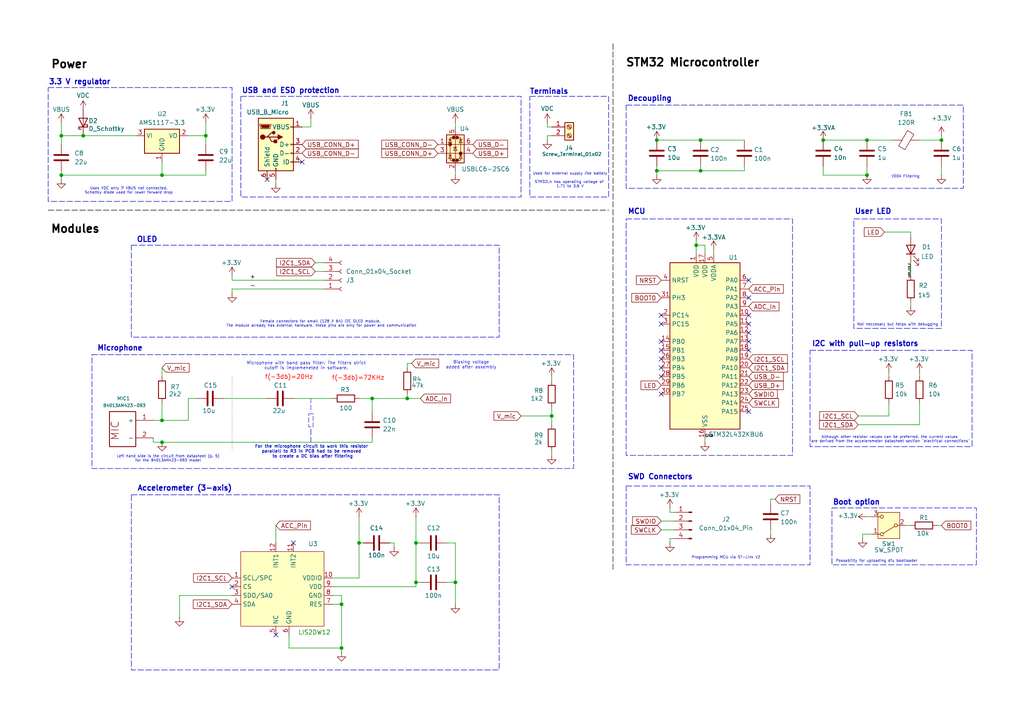
<source format=kicad_sch>
(kicad_sch (version 20250114) (generator "eeschema") (generator_version "9.0")
  (paper "A4")
  (title_block (title "Micro-VX STM32 PCB") (date "2025-10-11") (rev "0.1") (company "Karzan M."))
  (lib_symbols
    (symbol "Connector:Conn_01x04_Pin" (pin_names (offset 1.016) (hide yes))
      (property "Reference" "J" (at 0 5.08 0))
      (property "Value" "Conn_01x04_Pin" (at 0 -7.62 0))
      (symbol "Conn_01x04_Pin_1_1"
        (pin passive line (at 5.08 2.54 180) (length 3.81) (name "Pin_1") (number "1"))
        (pin passive line (at 5.08 0 180) (length 3.81) (name "Pin_2") (number "2"))
        (pin passive line (at 5.08 -2.54 180) (length 3.81) (name "Pin_3") (number "3"))
        (pin passive line (at 5.08 -5.08 180) (length 3.81) (name "Pin_4") (number "4"))
      )
    )
    (symbol "Connector:Conn_01x04_Socket" (pin_names (offset 1.016) (hide yes))
      (property "Reference" "J" (at 0 5.08 0))
      (property "Value" "Conn_01x04_Socket" (at 0 -7.62 0))
      (symbol "Conn_01x04_Socket_1_1"
        (pin passive line (at -5.08 2.54 0) (length 3.81) (name "Pin_1") (number "1"))
        (pin passive line (at -5.08 0 0) (length 3.81) (name "Pin_2") (number "2"))
        (pin passive line (at -5.08 -2.54 0) (length 3.81) (name "Pin_3") (number "3"))
        (pin passive line (at -5.08 -5.08 0) (length 3.81) (name "Pin_4") (number "4"))
      )
    )
    (symbol "Connector:Screw_Terminal_01x02" (pin_names (offset 1.016) (hide yes))
      (property "Reference" "J" (at 0 2.54 0))
      (property "Value" "Screw_Terminal_01x02" (at 0 -5.08 0))
      (symbol "Screw_Terminal_01x02_1_1"
        (pin passive line (at -5.08 0 0) (length 3.81) (name "Pin_1") (number "1"))
        (pin passive line (at -5.08 -2.54 0) (length 3.81) (name "Pin_2") (number "2"))
      )
    )
    (symbol "Connector:USB_B_Micro" (pin_names (offset 1.016))
      (property "Reference" "J1" (at -6.35 1.2701 0))
      (property "Value" "USB_B_Micro" (at -6.35 -1.2699 0))
      (symbol "USB_B_Micro_1_1"
        (pin passive line (at -2.54 -10.16 90) (length 2.54) (name "Shield") (number "6"))
        (pin power_in line (at 0 -10.16 90) (length 2.54) (name "GND") (number "5"))
        (pin power_out line (at 7.62 5.08 180) (length 2.54) (name "VBUS") (number "1"))
        (pin bidirectional line (at 7.62 0 180) (length 2.54) (name "D+") (number "3"))
        (pin bidirectional line (at 7.62 -2.54 180) (length 2.54) (name "D-") (number "2"))
        (pin passive line (at 7.62 -5.08 180) (length 2.54) (name "ID") (number "4"))
      )
    )
    (symbol "Device:C" (pin_numbers (hide yes)) (pin_names (offset 0.254))
      (property "Reference" "C" (at 0.635 2.54 0))
      (property "Value" "C" (at 0.635 -2.54 0))
      (symbol "C_1_1"
        (pin passive line (at 0 3.81 270) (length 2.794) (name "~") (number "1"))
        (pin passive line (at 0 -3.81 90) (length 2.794) (name "~") (number "2"))
      )
    )
    (symbol "Device:D_Schottky" (pin_numbers (hide yes)) (pin_names (offset 1.016) (hide yes))
      (property "Reference" "D" (at 0 2.54 0))
      (property "Value" "D_Schottky" (at 0 -2.54 0))
      (symbol "D_Schottky_1_1"
        (pin passive line (at -3.81 0 0) (length 2.54) (name "K") (number "1"))
        (pin passive line (at 3.81 0 180) (length 2.54) (name "A") (number "2"))
      )
    )
    (symbol "Device:FerriteBead" (pin_numbers (hide yes)) (pin_names (offset 0))
      (property "Reference" "FB" (at -3.81 0.635 90))
      (property "Value" "FerriteBead" (at 3.81 0 90))
      (symbol "FerriteBead_1_1"
        (pin passive line (at 0 3.81 270) (length 2.54) (name "~") (number "1"))
        (pin passive line (at 0 -3.81 90) (length 2.54) (name "~") (number "2"))
      )
    )
    (symbol "Device:LED" (pin_numbers (hide yes)) (pin_names (offset 1.016) (hide yes))
      (property "Reference" "D" (at 0 2.54 0))
      (property "Value" "LED" (at 0 -2.54 0))
      (symbol "LED_1_1"
        (pin passive line (at -3.81 0 0) (length 2.54) (name "K") (number "1"))
        (pin passive line (at 3.81 0 180) (length 2.54) (name "A") (number "2"))
      )
    )
    (symbol "Device:R" (pin_numbers (hide yes)) (pin_names (offset 0))
      (property "Reference" "R" (at 2.032 0 90))
      (property "Value" "R" (at 0 0 90))
      (symbol "R_1_1"
        (pin passive line (at 0 3.81 270) (length 1.27) (name "~") (number "1"))
        (pin passive line (at 0 -3.81 90) (length 1.27) (name "~") (number "2"))
      )
    )
    (symbol "LIS2DW12:LIS2DW12_LGA-12"
      (property "Reference" "U" (at 9.144 11.684 0))
      (symbol "LIS2DW12_LGA-12_1_1"
        (text "LIS2DW12" (at 8.636 -13.208 0) (effects (font (size 1.27 1.27))))
        (pin input line (at -15.24 2.54 0) (length 2.54) (name "SCL/SPC") (number "1"))
        (pin input line (at -15.24 0 0) (length 2.54) (name "CS") (number "2"))
        (pin input line (at -15.24 -2.54 0) (length 2.54) (name "SDO/SA0") (number "3"))
        (pin input line (at -15.24 -5.08 0) (length 2.54) (name "SDA") (number "4"))
        (pin output line (at -2.54 12.7 270) (length 2.54) (name "INT1") (number "12"))
        (pin input line (at -2.54 -13.97 90) (length 2.54) (name "NC") (number "5"))
        (pin input line (at 1.27 -13.97 90) (length 2.54) (name "GND") (number "6"))
        (pin output line (at 2.54 12.7 270) (length 2.54) (name "INT2") (number "11"))
        (pin input line (at 13.97 2.54 180) (length 2.54) (name "VDDIO") (number "10"))
        (pin input line (at 13.97 0 180) (length 2.54) (name "VDD") (number "9"))
        (pin input line (at 13.97 -2.54 180) (length 2.54) (name "GND") (number "8"))
        (pin input line (at 13.97 -5.08 180) (length 2.54) (name "RES") (number "7"))
      )
    )
    (symbol "MCU_ST_STM32L4:STM32L432KBUx"
      (property "Reference" "U" (at -10.16 26.67 0))
      (property "Value" "STM32L432KBUx" (at 5.08 26.67 0))
      (symbol "STM32L432KBUx_1_1"
        (pin input line (at -12.7 20.32 0) (length 2.54) (name "NRST") (number "4"))
        (pin bidirectional line (at -12.7 15.24 0) (length 2.54) (name "PH3") (number "31"))
        (pin bidirectional line (at -12.7 10.16 0) (length 2.54) (name "PC14") (number "2"))
        (pin bidirectional line (at -12.7 7.62 0) (length 2.54) (name "PC15") (number "3"))
        (pin bidirectional line (at -12.7 2.54 0) (length 2.54) (name "PB0") (number "14"))
        (pin bidirectional line (at -12.7 0 0) (length 2.54) (name "PB1") (number "15"))
        (pin bidirectional line (at -12.7 -2.54 0) (length 2.54) (name "PB3") (number "26"))
        (pin bidirectional line (at -12.7 -5.08 0) (length 2.54) (name "PB4") (number "27"))
        (pin bidirectional line (at -12.7 -7.62 0) (length 2.54) (name "PB5") (number "28"))
        (pin bidirectional line (at -12.7 -10.16 0) (length 2.54) (name "PB6") (number "29"))
        (pin bidirectional line (at -12.7 -12.7 0) (length 2.54) (name "PB7") (number "30"))
        (pin power_in line (at -2.54 27.94 270) (length 2.54) (name "VDD") (number "1"))
        (pin power_in line (at 0 27.94 270) (length 2.54) (name "VDD") (number "17"))
        (pin power_in line (at 0 -25.4 90) (length 2.54) (name "VSS") (number "16"))
        (pin passive line (at 0 -25.4 90) (length 2.54) (hide yes) (name "VSS") (number "32"))
        (pin passive line (at 0 -25.4 90) (length 2.54) (hide yes) (name "VSS") (number "33"))
        (pin power_in line (at 2.54 27.94 270) (length 2.54) (name "VDDA") (number "5"))
        (pin bidirectional line (at 12.7 20.32 180) (length 2.54) (name "PA0") (number "6"))
        (pin bidirectional line (at 12.7 17.78 180) (length 2.54) (name "PA1") (number "7"))
        (pin bidirectional line (at 12.7 15.24 180) (length 2.54) (name "PA2") (number "8"))
        (pin bidirectional line (at 12.7 12.7 180) (length 2.54) (name "PA3") (number "9"))
        (pin bidirectional line (at 12.7 10.16 180) (length 2.54) (name "PA4") (number "10"))
        (pin bidirectional line (at 12.7 7.62 180) (length 2.54) (name "PA5") (number "11"))
        (pin bidirectional line (at 12.7 5.08 180) (length 2.54) (name "PA6") (number "12"))
        (pin bidirectional line (at 12.7 2.54 180) (length 2.54) (name "PA7") (number "13"))
        (pin bidirectional line (at 12.7 0 180) (length 2.54) (name "PA8") (number "18"))
        (pin bidirectional line (at 12.7 -2.54 180) (length 2.54) (name "PA9") (number "19"))
        (pin bidirectional line (at 12.7 -5.08 180) (length 2.54) (name "PA10") (number "20"))
        (pin bidirectional line (at 12.7 -7.62 180) (length 2.54) (name "PA11") (number "21"))
        (pin bidirectional line (at 12.7 -10.16 180) (length 2.54) (name "PA12") (number "22"))
        (pin bidirectional line (at 12.7 -12.7 180) (length 2.54) (name "PA13") (number "23"))
        (pin bidirectional line (at 12.7 -15.24 180) (length 2.54) (name "PA14") (number "24"))
        (pin bidirectional line (at 12.7 -17.78 180) (length 2.54) (name "PA15") (number "25"))
      )
    )
    (symbol "MIC_B4013AM423-093:B4013AM423-093"
      (property "Reference" "MIC?" (at 0 7.62 0))
      (property "Value" "B4013AM423-093" (at 0 6.096 0))
      (symbol "B4013AM423-093_0_0"
        (text "MIC" (at -2.54 4.7117 0) (effects (font (size 2.1717 2.1717)) (justify left top)))
        (pin unspecified line (at -2.54 -7.62 90) (length 5.08) (name "+") (number "1"))
        (pin unspecified line (at 2.54 -7.62 90) (length 5.08) (name "-") (number "2"))
      )
    )
    (symbol "Power_Protection:USBLC6-2SC6" (pin_names (hide yes))
      (property "Reference" "U" (at 0.635 5.715 0))
      (property "Value" "USBLC6-2SC6" (at 0.635 3.81 0))
      (symbol "USBLC6-2SC6_1_1"
        (pin passive line (at -5.08 0 0) (length 2.54) (name "I/O1") (number "1"))
        (pin passive line (at -5.08 -2.54 0) (length 2.54) (name "I/O2") (number "3"))
        (pin passive line (at 0 5.08 270) (length 2.54) (name "VBUS") (number "5"))
        (pin passive line (at 0 -7.62 90) (length 2.54) (name "GND") (number "2"))
        (pin passive line (at 5.08 0 180) (length 2.54) (name "I/O1") (number "6"))
        (pin passive line (at 5.08 -2.54 180) (length 2.54) (name "I/O2") (number "4"))
      )
    )
    (symbol "Regulator_Linear:AMS1117-3.3"
      (property "Reference" "U" (at -3.81 3.175 0))
      (property "Value" "AMS1117-3.3" (at 0 3.175 0))
      (symbol "AMS1117-3.3_1_1"
        (pin power_in line (at -7.62 0 0) (length 2.54) (name "VI") (number "3"))
        (pin power_in line (at 0 -7.62 90) (length 2.54) (name "GND") (number "1"))
        (pin power_out line (at 7.62 0 180) (length 2.54) (name "VO") (number "2"))
      )
    )
    (symbol "Switch:SW_SPDT" (pin_names (offset 0) (hide yes))
      (property "Reference" "SW" (at 0 5.08 0))
      (property "Value" "SW_SPDT" (at 0 -5.08 0))
      (symbol "SW_SPDT_1_1"
        (pin passive line (at -5.08 0 0) (length 2.54) (name "B") (number "2"))
        (pin passive line (at 5.08 2.54 180) (length 2.54) (name "A") (number "1"))
        (pin passive line (at 5.08 -2.54 180) (length 2.54) (name "C") (number "3"))
      )
    )
    (symbol "power:+3.3V" (power) (pin_numbers (hide yes)) (pin_names (offset 0) (hide yes))
      (property "Value" "+3.3V" (at 0 3.556 0))
      (symbol "+3.3V_1_1"
        (pin power_in line (at 0 0 90) (length 0) (name "~") (number "1"))
      )
    )
    (symbol "power:+3.3VA" (power) (pin_numbers (hide yes)) (pin_names (offset 0) (hide yes))
      (property "Value" "+3.3VA" (at 0 3.556 0))
      (symbol "+3.3VA_1_1"
        (pin power_in line (at 0 0 90) (length 0) (name "~") (number "1"))
      )
    )
    (symbol "power:GND" (power) (pin_numbers (hide yes)) (pin_names (offset 0) (hide yes))
      (property "Value" "GND" (at 0 -3.81 0))
      (symbol "GND_1_1"
        (pin power_in line (at 0 0 270) (length 0) (name "~") (number "1"))
      )
    )
    (symbol "power:VBUS" (power) (pin_numbers (hide yes)) (pin_names (offset 0) (hide yes))
      (property "Value" "VBUS" (at 0 3.556 0))
      (symbol "VBUS_1_1"
        (pin power_in line (at 0 0 90) (length 0) (name "~") (number "1"))
      )
    )
    (symbol "power:VDC" (power) (pin_numbers (hide yes)) (pin_names (offset 0) (hide yes))
      (property "Value" "VDC" (at 0 3.556 0))
      (symbol "VDC_1_1"
        (pin power_in line (at 0 0 90) (length 0) (name "~") (number "1"))
      )
    )
  )
  (rectangle (start 247.65 63.5) (end 273.05 95.25) (stroke (width 0) (type dash)))
  (rectangle (start 153.67 27.94) (end 176.53 57.15) (stroke (width 0) (type dash)))
  (rectangle (start 13.97 25.4) (end 67.31 58.42) (stroke (width 0) (type dash)))
  (rectangle (start 69.85 27.94) (end 151.13 57.15) (stroke (width 0) (type dash)))
  (rectangle (start 181.61 63.5) (end 229.87 132.08) (stroke (width 0) (type dash)))
  (rectangle (start 89.535 120.015) (end 90.805 123.825) (stroke (width 0.127) (type dash)))
  (rectangle (start 181.61 140.97) (end 234.95 163.83) (stroke (width 0) (type dash)))
  (rectangle (start 26.67 102.87) (end 166.37 135.89) (stroke (width 0) (type dash)))
  (rectangle (start 38.1 143.51) (end 144.78 194.31) (stroke (width 0) (type dash)))
  (rectangle (start 181.61 30.48) (end 279.4 54.61) (stroke (width 0) (type dash)))
  (rectangle (start 241.3 147.32) (end 283.21 163.83) (stroke (width 0) (type dash)))
  (rectangle (start 234.95 101.6) (end 281.94 129.54) (stroke (width 0) (type dash)))
  (rectangle (start 38.1 71.12) (end 144.78 97.79) (stroke (width 0) (type dash)))
  (text "For the microphone circuit to work this resistor \nparallell to R3 in PCB had to be removed \nto create a DC bias after filtering" (at 90.678 131.064 0) (effects (font (size 0.889 0.889))))
  (text "Female connectors for small (128 X 64) I2C OLED module. \nThe module already has external hardware, these pins are only for power and communication" (at 93.218 93.98 0) (effects (font (size 0.762 0.762) (thickness 0.0953))))
  (text "Microphone with band pass filter. The filters strict \ncutoff is implemeneted in software. " (at 89.154 106.172 0) (effects (font (size 0.889 0.889) (thickness 0.0953))))
  (text "f(-3db)=72KHz" (at 103.886 109.728 0) (effects (font (size 1.27 1.27))))
  (text "OLED" (at 42.672 69.596 0) (effects (font (size 1.524 1.524) (thickness 0.3048) (bold yes))))
  (text "SWD Connectors" (at 191.516 138.43 0) (effects (font (size 1.524 1.524) (thickness 0.3048) (bold yes))))
  (text "Terminals" (at 159.258 26.67 0) (effects (font (size 1.524 1.524) (thickness 0.3048) (bold yes))))
  (text "User LED" (at 253.238 61.468 0) (effects (font (size 1.524 1.524) (thickness 0.3048) (bold yes))))
  (text "f(-3db)=20Hz" (at 83.82 109.474 0) (effects (font (size 1.27 1.27))))
  (text "I2C with pull-up resistors" (at 250.952 99.822 0) (effects (font (size 1.524 1.524) (thickness 0.3048) (bold yes))))
  (text "Left hand side is the circuit from datasheet (p. 5)\nfor the B4013AM423-093 model" (at 48.768 133.096 0) (effects (font (size 0.762 0.762) (thickness 0.0953))))
  (text "3.3 V regulator" (at 23.114 23.876 0) (effects (font (size 1.524 1.524) (thickness 0.3048) (bold yes))))
  (text "Uses VDC only if VBUS not connected.\nSchottky diode used for lower forward drop" (at 37.338 55.372 0) (effects (font (size 0.762 0.762) (thickness 0.0953))))
  (text "Although other resistor values can be preferred, the current values \nare derived from the accelerometer datasheet section \"electrical connections\"" (at 258.318 127.508 0) (effects (font (size 0.762 0.762) (thickness 0.0953))))
  (text "Power" (at 20.066 18.796 0) (effects (font (size 2.286 2.286) (thickness 0.4572) (bold yes))))
  (text "VDDA Filtering" (at 262.636 51.308 0) (effects (font (size 0.762 0.762) (thickness 0.0953))))
  (text "MCU" (at 184.658 61.468 0) (effects (font (size 1.524 1.524) (thickness 0.3048) (bold yes))))
  (text "Possability for uploading dfu bootloader" (at 254.254 162.814 0) (effects (font (size 0.762 0.762) (thickness 0.0953))))
  (text "Programming MCU via ST-Link V2" (at 210.566 161.798 0) (effects (font (size 0.762 0.762) (thickness 0.0953))))
  (text "Decoupling" (at 188.468 28.702 0) (effects (font (size 1.524 1.524) (thickness 0.3048) (bold yes))))
  (text "USB and ESD protection" (at 84.328 26.416 0) (effects (font (size 1.524 1.524) (thickness 0.3048) (bold yes))))
  (text "Modules" (at 21.844 66.548 0) (effects (font (size 2.286 2.286) (thickness 0.4572) (bold yes))))
  (text "Accelerometer (3-axis)" (at 53.594 141.732 0) (effects (font (size 1.524 1.524) (thickness 0.3048) (bold yes))))
  (text "Microphone" (at 34.798 101.092 0) (effects (font (size 1.524 1.524) (thickness 0.3048) (bold yes))))
  (text "Biasing voltage\nadded after assembly" (at 136.652 105.918 0) (effects (font (size 0.889 0.889) (thickness 0.0953))))
  (text "STM32 Microcontroller" (at 200.914 18.288 0) (effects (font (size 2.286 2.286) (thickness 0.4572) (bold yes))))
  (text "Not neccesary but helps with debugging" (at 260.35 94.234 0) (effects (font (size 0.762 0.762) (thickness 0.0953))))
  (text "Boot option" (at 248.412 145.796 0) (effects (font (size 1.524 1.524) (thickness 0.3048) (bold yes))))
  (text "Used for external supply like battery\n\nSTM32L4 has operating voltage of \n1.71 to 3.6 V" (at 165.354 52.324 0) (effects (font (size 0.762 0.762) (thickness 0.0953))))
  (junction (at 120.65 157.48))
  (junction (at 238.76 40.64))
  (junction (at 17.78 39.37))
  (junction (at 46.99 128.27))
  (junction (at 46.99 121.92))
  (junction (at 118.11 115.57))
  (junction (at 203.2 49.53))
  (junction (at 273.05 40.64))
  (junction (at 59.69 39.37))
  (junction (at 99.06 187.96))
  (junction (at 190.5 49.53))
  (junction (at 120.65 168.91))
  (junction (at 251.46 50.8))
  (junction (at 190.5 40.64))
  (junction (at 24.13 39.37))
  (junction (at 203.2 40.64))
  (junction (at 99.06 175.26))
  (junction (at 160.02 120.65))
  (junction (at 17.78 50.8))
  (junction (at 46.99 50.8))
  (junction (at 132.08 168.91))
  (junction (at 107.95 115.57))
  (junction (at 104.14 157.48))
  (junction (at 251.46 40.64))
  (junction (at 201.93 71.12))
  (no_connect (at 80.01 184.15))
  (no_connect (at 217.17 99.06))
  (no_connect (at 191.77 91.44))
  (no_connect (at 77.47 52.07))
  (no_connect (at 217.17 86.36))
  (no_connect (at 217.17 96.52))
  (no_connect (at 191.77 106.68))
  (no_connect (at 191.77 93.98))
  (no_connect (at 87.63 46.99))
  (no_connect (at 191.77 104.14))
  (no_connect (at 217.17 93.98))
  (no_connect (at 191.77 99.06))
  (no_connect (at 85.09 157.48))
  (no_connect (at 217.17 81.28))
  (no_connect (at 67.31 170.18))
  (no_connect (at 191.77 109.22))
  (no_connect (at 217.17 119.38))
  (no_connect (at 191.77 114.3))
  (no_connect (at 191.77 101.6))
  (no_connect (at 217.17 91.44))
  (no_connect (at 217.17 101.6))
  (wire (pts (xy 203.2 40.64) (xy 215.9 40.64)))
  (wire (pts (xy 251.46 40.64) (xy 259.08 40.64)))
  (wire (pts (xy 120.65 157.48) (xy 120.65 168.91)))
  (wire (pts (xy 158.75 36.83) (xy 160.02 36.83)))
  (wire (pts (xy 160.02 109.22) (xy 160.02 110.49)))
  (polyline (pts (xy 177.8 12.7) (xy 177.8 165.1)) (stroke (width 0) (type dash) (color 0 0 0 1)))
  (wire (pts (xy 190.5 49.53) (xy 203.2 49.53)))
  (wire (pts (xy 251.46 149.86) (xy 252.73 149.86)))
  (wire (pts (xy 248.92 120.65) (xy 257.81 120.65)))
  (wire (pts (xy 129.54 168.91) (xy 132.08 168.91)))
  (wire (pts (xy 132.08 49.53) (xy 132.08 50.8)))
  (wire (pts (xy 194.31 148.59) (xy 195.58 148.59)))
  (wire (pts (xy 39.37 39.37) (xy 24.13 39.37)))
  (wire (pts (xy 114.3 158.75) (xy 114.3 157.48)))
  (wire (pts (xy 90.17 36.83) (xy 87.63 36.83)))
  (wire (pts (xy 104.14 167.64) (xy 104.14 157.48)))
  (wire (pts (xy 99.06 172.72) (xy 99.06 175.26)))
  (wire (pts (xy 120.65 168.91) (xy 121.92 168.91)))
  (wire (pts (xy 204.47 127) (xy 204.47 128.27)))
  (wire (pts (xy 17.78 35.56) (xy 17.78 39.37)))
  (wire (pts (xy 251.46 50.8) (xy 251.46 48.26)))
  (wire (pts (xy 46.99 46.99) (xy 46.99 50.8)))
  (wire (pts (xy 114.3 157.48) (xy 113.03 157.48)))
  (wire (pts (xy 160.02 118.11) (xy 160.02 120.65)))
  (wire (pts (xy 90.17 34.29) (xy 90.17 36.83)))
  (wire (pts (xy 238.76 40.64) (xy 251.46 40.64)))
  (wire (pts (xy 118.11 114.3) (xy 118.11 115.57)))
  (wire (pts (xy 201.93 69.85) (xy 201.93 71.12)))
  (wire (pts (xy 119.38 105.41) (xy 118.11 105.41)))
  (wire (pts (xy 158.75 39.37) (xy 160.02 39.37)))
  (wire (pts (xy 250.19 156.21) (xy 250.19 154.94)))
  (wire (pts (xy 271.78 152.4) (xy 273.05 152.4)))
  (wire (pts (xy 207.01 72.39) (xy 207.01 73.66)))
  (wire (pts (xy 17.78 50.8) (xy 46.99 50.8)))
  (wire (pts (xy 67.31 80.01) (xy 67.31 81.28)))
  (wire (pts (xy 250.19 154.94) (xy 252.73 154.94)))
  (wire (pts (xy 96.52 170.18) (xy 120.65 170.18)))
  (wire (pts (xy 266.7 107.95) (xy 266.7 109.22)))
  (wire (pts (xy 191.77 151.13) (xy 195.58 151.13)))
  (wire (pts (xy 190.5 40.64) (xy 203.2 40.64)))
  (wire (pts (xy 262.89 152.4) (xy 264.16 152.4)))
  (wire (pts (xy 264.16 87.63) (xy 264.16 88.9)))
  (wire (pts (xy 223.52 154.94) (xy 223.52 153.67)))
  (wire (pts (xy 158.75 35.56) (xy 158.75 36.83)))
  (wire (pts (xy 120.65 170.18) (xy 120.65 168.91)))
  (wire (pts (xy 99.06 187.96) (xy 83.82 187.96)))
  (wire (pts (xy 44.45 121.92) (xy 46.99 121.92)))
  (wire (pts (xy 121.92 115.57) (xy 118.11 115.57)))
  (wire (pts (xy 107.95 128.27) (xy 107.95 127)))
  (wire (pts (xy 238.76 50.8) (xy 251.46 50.8)))
  (wire (pts (xy 59.69 35.56) (xy 59.69 39.37)))
  (wire (pts (xy 151.13 120.65) (xy 160.02 120.65)))
  (wire (pts (xy 52.07 172.72) (xy 52.07 179.07)))
  (wire (pts (xy 160.02 130.81) (xy 160.02 132.08)))
  (wire (pts (xy 223.52 144.78) (xy 223.52 146.05)))
  (wire (pts (xy 238.76 50.8) (xy 238.76 48.26)))
  (wire (pts (xy 215.9 49.53) (xy 215.9 48.26)))
  (wire (pts (xy 190.5 49.53) (xy 190.5 50.8)))
  (wire (pts (xy 85.09 115.57) (xy 96.52 115.57)))
  (wire (pts (xy 120.65 149.86) (xy 120.65 157.48)))
  (wire (pts (xy 99.06 187.96) (xy 99.06 189.23)))
  (wire (pts (xy 195.58 156.21) (xy 194.31 156.21)))
  (wire (pts (xy 57.15 115.57) (xy 54.61 115.57)))
  (wire (pts (xy 160.02 120.65) (xy 160.02 123.19)))
  (wire (pts (xy 266.7 123.19) (xy 266.7 116.84)))
  (wire (pts (xy 54.61 115.57) (xy 54.61 121.92)))
  (wire (pts (xy 80.01 152.4) (xy 80.01 157.48)))
  (wire (pts (xy 44.45 128.27) (xy 46.99 128.27)))
  (wire (pts (xy 190.5 48.26) (xy 190.5 49.53)))
  (wire (pts (xy 59.69 39.37) (xy 54.61 39.37)))
  (wire (pts (xy 194.31 156.21) (xy 194.31 157.48)))
  (wire (pts (xy 104.14 115.57) (xy 107.95 115.57)))
  (wire (pts (xy 67.31 81.28) (xy 93.98 81.28)))
  (wire (pts (xy 132.08 168.91) (xy 132.08 175.26)))
  (wire (pts (xy 273.05 48.26) (xy 273.05 50.8)))
  (wire (pts (xy 67.31 85.09) (xy 67.31 83.82)))
  (polyline (pts (xy 13.97 60.96) (xy 176.53 60.96)) (stroke (width 0) (type dash) (color 0 0 0 1)))
  (wire (pts (xy 257.81 107.95) (xy 257.81 109.22)))
  (wire (pts (xy 83.82 187.96) (xy 83.82 184.15)))
  (wire (pts (xy 91.44 78.74) (xy 93.98 78.74)))
  (wire (pts (xy 59.69 41.91) (xy 59.69 39.37)))
  (polyline (pts (xy 90.17 115.57) (xy 90.17 119.38)) (stroke (width 0.127) (type dash) (color 0 0 255 1)))
  (wire (pts (xy 132.08 157.48) (xy 132.08 168.91)))
  (wire (pts (xy 24.13 39.37) (xy 17.78 39.37)))
  (wire (pts (xy 264.16 76.2) (xy 264.16 80.01)))
  (wire (pts (xy 17.78 49.53) (xy 17.78 50.8)))
  (wire (pts (xy 96.52 167.64) (xy 104.14 167.64)))
  (wire (pts (xy 46.99 128.27) (xy 107.95 128.27)))
  (wire (pts (xy 273.05 39.37) (xy 273.05 40.64)))
  (wire (pts (xy 224.79 144.78) (xy 223.52 144.78)))
  (wire (pts (xy 203.2 49.53) (xy 203.2 48.26)))
  (wire (pts (xy 118.11 105.41) (xy 118.11 106.68)))
  (wire (pts (xy 54.61 121.92) (xy 46.99 121.92)))
  (wire (pts (xy 120.65 157.48) (xy 121.92 157.48)))
  (wire (pts (xy 191.77 153.67) (xy 195.58 153.67)))
  (wire (pts (xy 52.07 172.72) (xy 67.31 172.72)))
  (wire (pts (xy 99.06 175.26) (xy 99.06 187.96)))
  (wire (pts (xy 91.44 76.2) (xy 93.98 76.2)))
  (wire (pts (xy 204.47 73.66) (xy 204.47 71.12)))
  (wire (pts (xy 129.54 157.48) (xy 132.08 157.48)))
  (wire (pts (xy 104.14 149.86) (xy 104.14 157.48)))
  (wire (pts (xy 59.69 50.8) (xy 59.69 49.53)))
  (wire (pts (xy 257.81 116.84) (xy 257.81 120.65)))
  (wire (pts (xy 96.52 175.26) (xy 99.06 175.26)))
  (wire (pts (xy 105.41 157.48) (xy 104.14 157.48)))
  (wire (pts (xy 80.01 52.07) (xy 80.01 53.34)))
  (wire (pts (xy 46.99 50.8) (xy 59.69 50.8)))
  (wire (pts (xy 17.78 39.37) (xy 17.78 41.91)))
  (wire (pts (xy 204.47 71.12) (xy 201.93 71.12)))
  (wire (pts (xy 132.08 35.56) (xy 132.08 36.83)))
  (polyline (pts (xy 67.31 109.22) (xy 67.31 130.81)) (stroke (width 0) (type dot)))
  (wire (pts (xy 266.7 40.64) (xy 273.05 40.64)))
  (wire (pts (xy 46.99 116.84) (xy 46.99 121.92)))
  (wire (pts (xy 194.31 147.32) (xy 194.31 148.59)))
  (polyline (pts (xy 90.17 124.46) (xy 90.17 128.27)) (stroke (width 0) (type dash)))
  (wire (pts (xy 201.93 71.12) (xy 201.93 73.66)))
  (wire (pts (xy 46.99 106.68) (xy 46.99 109.22)))
  (wire (pts (xy 203.2 49.53) (xy 215.9 49.53)))
  (wire (pts (xy 158.75 40.64) (xy 158.75 39.37)))
  (wire (pts (xy 264.16 67.31) (xy 264.16 68.58)))
  (wire (pts (xy 17.78 50.8) (xy 17.78 52.07)))
  (wire (pts (xy 248.92 123.19) (xy 266.7 123.19)))
  (wire (pts (xy 99.06 172.72) (xy 96.52 172.72)))
  (wire (pts (xy 264.16 67.31) (xy 256.54 67.31)))
  (wire (pts (xy 107.95 115.57) (xy 107.95 119.38)))
  (wire (pts (xy 64.77 115.57) (xy 77.47 115.57)))
  (wire (pts (xy 44.45 128.27) (xy 44.45 127)))
  (wire (pts (xy 118.11 115.57) (xy 107.95 115.57)))
  (wire (pts (xy 67.31 83.82) (xy 93.98 83.82)))
  (label "-" (at 72.39 83.82 0))
  (label "GND" (at 204.47 127 0) (effects (font (size 0.762 0.762))))
  (label "USR_LED_K" (at 264.16 76.2 270) (effects (font (size 0.508 0.508))))
  (label "+" (at 72.39 81.28 0))
  (global_label "V_mic" (shape input) (at 151.13 120.65 180) (property "Intersheetrefs" "${INTERSHEET_REFS}" (effects (hide yes))))
  (global_label "ADC_In" (shape input) (at 217.17 88.9 0) (property "Intersheetrefs" "${INTERSHEET_REFS}" (effects (hide yes))))
  (global_label "I2C1_SCL" (shape input) (at 217.17 104.14 0) (property "Intersheetrefs" "${INTERSHEET_REFS}" (effects (hide yes))))
  (global_label "SWCLK" (shape input) (at 191.77 153.67 180) (property "Intersheetrefs" "${INTERSHEET_REFS}" (effects (hide yes))))
  (global_label "USB_CONN_D-" (shape input) (at 87.63 44.45 0) (property "Intersheetrefs" "${INTERSHEET_REFS}" (effects (hide yes))))
  (global_label "V_mic" (shape input) (at 119.38 105.41 0) (property "Intersheetrefs" "${INTERSHEET_REFS}" (effects (hide yes))))
  (global_label "I2C1_SDA" (shape input) (at 217.17 106.68 0) (property "Intersheetrefs" "${INTERSHEET_REFS}" (effects (hide yes))))
  (global_label "ACC_Pin" (shape input) (at 217.17 83.82 0) (property "Intersheetrefs" "${INTERSHEET_REFS}" (effects (hide yes))))
  (global_label "ACC_Pin" (shape input) (at 80.01 152.4 0) (property "Intersheetrefs" "${INTERSHEET_REFS}" (effects (hide yes))))
  (global_label "USB_CONN_D+" (shape input) (at 127 44.45 180) (property "Intersheetrefs" "${INTERSHEET_REFS}" (effects (hide yes))))
  (global_label "LED" (shape input) (at 256.54 67.31 180) (property "Intersheetrefs" "${INTERSHEET_REFS}" (effects (hide yes))))
  (global_label "V_mic" (shape input) (at 46.99 106.68 0) (property "Intersheetrefs" "${INTERSHEET_REFS}" (effects (hide yes))))
  (global_label "NRST" (shape input) (at 191.77 81.28 180) (property "Intersheetrefs" "${INTERSHEET_REFS}" (effects (hide yes))))
  (global_label "USB_D+" (shape input) (at 217.17 111.76 0) (property "Intersheetrefs" "${INTERSHEET_REFS}" (effects (hide yes))))
  (global_label "I2C1_SDA" (shape input) (at 248.92 123.19 180) (property "Intersheetrefs" "${INTERSHEET_REFS}" (effects (hide yes))))
  (global_label "I2C1_SCL" (shape input) (at 248.92 120.65 180) (property "Intersheetrefs" "${INTERSHEET_REFS}" (effects (hide yes))))
  (global_label "I2C1_SDA" (shape input) (at 91.44 76.2 180) (property "Intersheetrefs" "${INTERSHEET_REFS}" (effects (hide yes))))
  (global_label "ADC_In" (shape input) (at 121.92 115.57 0) (property "Intersheetrefs" "${INTERSHEET_REFS}" (effects (hide yes))))
  (global_label "SWDIO" (shape input) (at 217.17 114.3 0) (property "Intersheetrefs" "${INTERSHEET_REFS}" (effects (hide yes))))
  (global_label "USB_CONN_D-" (shape input) (at 127 41.91 180) (property "Intersheetrefs" "${INTERSHEET_REFS}" (effects (hide yes))))
  (global_label "I2C1_SCL" (shape input) (at 67.31 167.64 180) (property "Intersheetrefs" "${INTERSHEET_REFS}" (effects (hide yes))))
  (global_label "USB_D-" (shape input) (at 217.17 109.22 0) (property "Intersheetrefs" "${INTERSHEET_REFS}" (effects (hide yes))))
  (global_label "SWCLK" (shape input) (at 217.17 116.84 0) (property "Intersheetrefs" "${INTERSHEET_REFS}" (effects (hide yes))))
  (global_label "NRST" (shape input) (at 224.79 144.78 0) (property "Intersheetrefs" "${INTERSHEET_REFS}" (effects (hide yes))))
  (global_label "I2C1_SCL" (shape input) (at 91.44 78.74 180) (property "Intersheetrefs" "${INTERSHEET_REFS}" (effects (hide yes))))
  (global_label "USB_D+" (shape input) (at 137.16 44.45 0) (property "Intersheetrefs" "${INTERSHEET_REFS}" (effects (hide yes))))
  (global_label "I2C1_SDA" (shape input) (at 67.31 175.26 180) (property "Intersheetrefs" "${INTERSHEET_REFS}" (effects (hide yes))))
  (global_label "USB_CONN_D+" (shape input) (at 87.63 41.91 0) (property "Intersheetrefs" "${INTERSHEET_REFS}" (effects (hide yes))))
  (global_label "BOOT0" (shape input) (at 191.77 86.36 180) (property "Intersheetrefs" "${INTERSHEET_REFS}" (effects (hide yes))))
  (global_label "USB_D-" (shape input) (at 137.16 41.91 0) (property "Intersheetrefs" "${INTERSHEET_REFS}" (effects (hide yes))))
  (global_label "BOOT0" (shape input) (at 273.05 152.4 0) (property "Intersheetrefs" "${INTERSHEET_REFS}" (effects (hide yes))))
  (global_label "LED" (shape input) (at 191.77 111.76 180) (property "Intersheetrefs" "${INTERSHEET_REFS}" (effects (hide yes))))
  (global_label "SWDIO" (shape input) (at 191.77 151.13 180) (property "Intersheetrefs" "${INTERSHEET_REFS}" (effects (hide yes))))
  (symbol (lib_id "power:GND") (at 67.31 85.09 0) (unit 1)
    (property "Reference" "#PWR026" (effects (hide yes)))
    (property "Value" "GND" (effects (hide yes)))
    (property "Description" "Power symbol creates a global label with name \"GND\" , ground" (effects (hide yes)))
  )
  (symbol (lib_id "power:GND") (at 160.02 132.08 0) (unit 1)
    (property "Reference" "#PWR038" (effects (hide yes)))
    (property "Value" "GND" (effects (hide yes)))
    (property "Description" "Power symbol creates a global label with name \"GND\" , ground" (effects (hide yes)))
  )
  (symbol (lib_id "power:VDC") (at 24.13 31.75 0) (unit 1)
    (property "Reference" "#PWR036" (effects (hide yes)))
    (property "Value" "VDC" (at 24.13 27.686 0))
    (property "Description" "Power symbol creates a global label with name \"VDC\"" (effects (hide yes)))
  )
  (symbol (lib_id "MCU_ST_STM32L4:STM32L432KBUx") (at 204.47 101.6 0) (unit 1)
    (property "Reference" "U1" (at 211.328 74.676 0) (effects (justify left)))
    (property "Value" "STM32L432KBU6" (at 205.486 125.984 0) (effects (justify left)))
    (property "Footprint" "Package_DFN_QFN:QFN-32-1EP_5x5mm_P0.5mm_EP3.45x3.45mm" (effects (hide yes)))
    (property "Datasheet" "https://www.st.com/resource/en/datasheet/stm32l432kb.pdf" (effects (hide yes)))
    (property "Description" "STMicroelectronics Arm Cortex-M4 MCU, 128KB flash, 64KB RAM, 80 MHz, 1.71-3.6V, 26 GPIO, UFQFPN32" (effects (hide yes)))
    (property "LCSC Part #" "C94784" (effects (hide yes)))
  )
  (symbol (lib_id "power:GND") (at 99.06 189.23 0) (unit 1)
    (property "Reference" "#PWR020" (effects (hide yes)))
    (property "Value" "GND" (effects (hide yes)))
    (property "Description" "Power symbol creates a global label with name \"GND\" , ground" (effects (hide yes)))
  )
  (symbol (lib_id "Device:C") (at 223.52 149.86 0) (unit 1)
    (property "Reference" "C7" (at 226.314 148.844 0) (effects (justify left)))
    (property "Value" "100n" (at 226.314 151.384 0) (effects (justify left)))
    (property "Footprint" "Capacitor_SMD:C_0402_1005Metric" (effects (hide yes)))
    (property "Description" "Unpolarized capacitor" (effects (hide yes)))
    (property "LCSC Part #" "C1525" (effects (hide yes)))
  )
  (symbol (lib_id "Device:C") (at 125.73 168.91 90) (unit 1)
    (property "Reference" "C13" (at 125.73 165.1 90))
    (property "Value" "100n" (at 125.73 172.72 90))
    (property "Footprint" "Capacitor_SMD:C_0402_1005Metric" (effects (hide yes)))
    (property "Description" "Unpolarized capacitor" (effects (hide yes)))
    (property "LCSC Part #" "C1525" (effects (hide yes)))
  )
  (symbol (lib_id "power:GND") (at 132.08 50.8 0) (unit 1)
    (property "Reference" "#PWR032" (effects (hide yes)))
    (property "Value" "GND" (effects (hide yes)))
    (property "Description" "Power symbol creates a global label with name \"GND\" , ground" (effects (hide yes)))
  )
  (symbol (lib_id "power:GND") (at 204.47 128.27 0) (unit 1)
    (property "Reference" "#PWR01" (effects (hide yes)))
    (property "Value" "GND" (effects (hide yes)))
    (property "Description" "Power symbol creates a global label with name \"GND\" , ground" (effects (hide yes)))
  )
  (symbol (lib_id "power:VDC") (at 158.75 35.56 0) (unit 1)
    (property "Reference" "#PWR035" (effects (hide yes)))
    (property "Value" "VDC" (at 158.75 31.496 0))
    (property "Description" "Power symbol creates a global label with name \"VDC\"" (effects (hide yes)))
  )
  (symbol (lib_id "Device:C") (at 238.76 44.45 0) (unit 1)
    (property "Reference" "C4" (at 241.808 43.18 0) (effects (justify left)))
    (property "Value" "10n" (at 241.808 45.72 0) (effects (justify left)))
    (property "Footprint" "Capacitor_SMD:C_0402_1005Metric" (effects (hide yes)))
    (property "Description" "Unpolarized capacitor" (effects (hide yes)))
    (property "LCSC Part #" "C15195" (effects (hide yes)))
  )
  (symbol (lib_id "power:+3.3V") (at 160.02 109.22 0) (unit 1)
    (property "Reference" "#PWR037" (effects (hide yes)))
    (property "Value" "+3.3V" (at 159.766 105.41 0))
    (property "Description" "Power symbol creates a global label with name \"+3.3V\"" (effects (hide yes)))
  )
  (symbol (lib_id "Device:C") (at 273.05 44.45 0) (unit 1)
    (property "Reference" "C6" (at 276.098 43.18 0) (effects (justify left)))
    (property "Value" "1u" (at 276.098 45.72 0) (effects (justify left)))
    (property "Footprint" "Capacitor_SMD:C_0603_1608Metric" (effects (hide yes)))
    (property "Description" "Unpolarized capacitor" (effects (hide yes)))
    (property "LCSC Part #" "C15849" (effects (hide yes)))
  )
  (symbol (lib_id "power:GND") (at 46.99 128.27 0) (unit 1)
    (property "Reference" "#PWR019" (effects (hide yes)))
    (property "Value" "GND" (effects (hide yes)))
    (property "Description" "Power symbol creates a global label with name \"GND\" , ground" (effects (hide yes)))
  )
  (symbol (lib_id "Device:C") (at 17.78 45.72 0) (unit 1)
    (property "Reference" "C8" (at 21.59 44.4499 0) (effects (justify left)))
    (property "Value" "22u" (at 21.59 46.9899 0) (effects (justify left)))
    (property "Footprint" "Capacitor_SMD:C_1206_3216Metric" (effects (hide yes)))
    (property "Description" "Unpolarized capacitor" (effects (hide yes)))
    (property "LCSC Part #" "C12891" (effects (hide yes)))
  )
  (symbol (lib_id "Switch:SW_SPDT") (at 257.81 152.4 180) (unit 1)
    (property "Reference" "SW1" (at 257.81 157.734 0))
    (property "Value" "SW_SPDT" (at 257.81 159.512 0))
    (property "Footprint" "Button_Switch_SMD:SW_SPDT_PCM12" (effects (hide yes)))
    (property "Description" "Switch, single pole double throw" (effects (hide yes)))
    (property "LCSC Part #" "C97433" (effects (hide yes)))
  )
  (symbol (lib_id "power:GND") (at 190.5 50.8 0) (unit 1)
    (property "Reference" "#PWR03" (effects (hide yes)))
    (property "Value" "GND" (effects (hide yes)))
    (property "Description" "Power symbol creates a global label with name \"GND\" , ground" (effects (hide yes)))
  )
  (symbol (lib_id "Device:LED") (at 264.16 72.39 90) (unit 1)
    (property "Reference" "D1" (at 268.732 71.628 90))
    (property "Value" "LED" (at 268.986 74.422 90))
    (property "Footprint" "LED_SMD:LED_0603_1608Metric" (effects (hide yes)))
    (property "Description" "Light emitting diode" (effects (hide yes)))
    (property "Sim.Pins" "1=K 2=A" (effects (hide yes)))
    (property "LCSC Part #" "C2286" (effects (hide yes)))
  )
  (symbol (lib_id "power:+3.3V") (at 266.7 107.95 0) (unit 1)
    (property "Reference" "#PWR031" (effects (hide yes)))
    (property "Value" "+3.3V" (at 266.446 104.14 0))
    (property "Description" "Power symbol creates a global label with name \"+3.3V\"" (effects (hide yes)))
  )
  (symbol (lib_id "Device:R") (at 257.81 113.03 0) (unit 1)
    (property "Reference" "R5" (at 259.588 111.76 0) (effects (justify left)))
    (property "Value" "10k" (at 259.588 114.3 0) (effects (justify left)))
    (property "Footprint" "Resistor_SMD:R_0402_1005Metric" (effects (hide yes)))
    (property "Description" "Resistor" (effects (hide yes)))
    (property "LCSC Part #" "C25744" (effects (hide yes)))
  )
  (symbol (lib_id "power:GND") (at 223.52 154.94 0) (unit 1)
    (property "Reference" "#PWR08" (effects (hide yes)))
    (property "Value" "GND" (effects (hide yes)))
    (property "Description" "Power symbol creates a global label with name \"GND\" , ground" (effects (hide yes)))
  )
  (symbol (lib_id "Device:C") (at 125.73 157.48 90) (unit 1)
    (property "Reference" "C12" (at 125.73 153.162 90))
    (property "Value" "10u" (at 125.73 161.29 90))
    (property "Footprint" "Capacitor_SMD:C_0603_1608Metric" (effects (hide yes)))
    (property "Description" "Unpolarized capacitor" (effects (hide yes)))
    (property "LCSC Part #" "C19702" (effects (hide yes)))
  )
  (symbol (lib_id "power:+3.3V") (at 251.46 149.86 90) (unit 1)
    (property "Reference" "#PWR010" (effects (hide yes)))
    (property "Value" "+3.3V" (at 245.872 149.606 90))
    (property "Description" "Power symbol creates a global label with name \"+3.3V\"" (effects (hide yes)))
  )
  (symbol (lib_id "Device:C") (at 251.46 44.45 0) (unit 1)
    (property "Reference" "C5" (at 254.508 43.18 0) (effects (justify left)))
    (property "Value" "1u" (at 254.508 45.72 0) (effects (justify left)))
    (property "Footprint" "Capacitor_SMD:C_0603_1608Metric" (effects (hide yes)))
    (property "Description" "Unpolarized capacitor" (effects (hide yes)))
    (property "LCSC Part #" "C15849" (effects (hide yes)))
  )
  (symbol (lib_id "Device:R") (at 100.33 115.57 90) (unit 1)
    (property "Reference" "R3" (at 100.076 113.03 90))
    (property "Value" "100" (at 100.33 118.364 90))
    (property "Footprint" "Resistor_SMD:R_0402_1005Metric" (effects (hide yes)))
    (property "Description" "Resistor" (effects (hide yes)))
    (property "LCSC Part #" "C25076" (effects (hide yes)))
  )
  (symbol (lib_id "power:+3.3V") (at 257.81 107.95 0) (unit 1)
    (property "Reference" "#PWR030" (effects (hide yes)))
    (property "Value" "+3.3V" (at 257.556 104.14 0))
    (property "Description" "Power symbol creates a global label with name \"+3.3V\"" (effects (hide yes)))
  )
  (symbol (lib_id "Device:C") (at 60.96 115.57 90) (unit 1)
    (property "Reference" "C15" (at 62.992 111.76 90) (effects (justify left)))
    (property "Value" "10u" (at 62.484 119.126 90) (effects (justify left)))
    (property "Footprint" "Capacitor_SMD:C_0603_1608Metric" (effects (hide yes)))
    (property "Description" "Unpolarized capacitor" (effects (hide yes)))
    (property "LCSC Part #" "C19702" (effects (hide yes)))
  )
  (symbol (lib_id "power:GND") (at 251.46 50.8 0) (unit 1)
    (property "Reference" "#PWR06" (effects (hide yes)))
    (property "Value" "GND" (effects (hide yes)))
    (property "Description" "Power symbol creates a global label with name \"GND\" , ground" (effects (hide yes)))
  )
  (symbol (lib_id "power:+3.3V") (at 120.65 149.86 0) (unit 1)
    (property "Reference" "#PWR022" (effects (hide yes)))
    (property "Value" "+3.3V" (at 120.396 146.05 0))
    (property "Description" "Power symbol creates a global label with name \"+3.3V\"" (effects (hide yes)))
  )
  (symbol (lib_id "Connector:Screw_Terminal_01x02") (at 165.1 36.83 0) (unit 1)
    (property "Reference" "J4" (at 163.83 42.926 0) (effects (justify left)))
    (property "Value" "Screw_Terminal_01x02" (at 157.226 44.704 0) (effects (font (size 1.016 1.016)) (justify left)))
    (property "Footprint" "TerminalBlock_Phoenix:TerminalBlock_Phoenix_PT-1,5-2-3.5-H_1x02_P3.50mm_Horizontal" (effects (hide yes)))
    (property "Description" "Generic screw terminal, single row, 01x02, script generated (kicad-library-utils/schlib/autogen/connector/)" (effects (hide yes)))
  )
  (symbol (lib_id "Device:C") (at 109.22 157.48 90) (unit 1)
    (property "Reference" "C14" (at 109.22 153.162 90))
    (property "Value" "100n" (at 109.22 161.036 90))
    (property "Footprint" "Capacitor_SMD:C_0402_1005Metric" (effects (hide yes)))
    (property "Description" "Unpolarized capacitor" (effects (hide yes)))
    (property "LCSC Part #" "C1525" (effects (hide yes)))
  )
  (symbol (lib_id "power:GND") (at 17.78 52.07 0) (unit 1)
    (property "Reference" "#PWR015" (effects (hide yes)))
    (property "Value" "GND" (effects (hide yes)))
    (property "Description" "Power symbol creates a global label with name \"GND\" , ground" (effects (hide yes)))
  )
  (symbol (lib_id "Device:C") (at 59.69 45.72 0) (unit 1)
    (property "Reference" "C9" (at 63.5 43.942 0) (effects (justify left)))
    (property "Value" "22u" (at 63.5 46.482 0) (effects (justify left)))
    (property "Footprint" "Capacitor_SMD:C_1206_3216Metric" (effects (hide yes)))
    (property "Description" "Unpolarized capacitor" (effects (hide yes)))
    (property "LCSC Part #" "C12891" (effects (hide yes)))
  )
  (symbol (lib_id "Device:C") (at 215.9 44.45 0) (unit 1)
    (property "Reference" "C1" (at 218.694 43.434 0) (effects (justify left)))
    (property "Value" "100n" (at 218.694 45.974 0) (effects (justify left)))
    (property "Footprint" "Capacitor_SMD:C_0402_1005Metric" (effects (hide yes)))
    (property "Description" "Unpolarized capacitor" (effects (hide yes)))
    (property "LCSC Part #" "C1525" (effects (hide yes)))
  )
  (symbol (lib_id "power:GND") (at 132.08 175.26 0) (unit 1)
    (property "Reference" "#PWR021" (effects (hide yes)))
    (property "Value" "GND" (effects (hide yes)))
    (property "Description" "Power symbol creates a global label with name \"GND\" , ground" (effects (hide yes)))
  )
  (symbol (lib_id "Connector:Conn_01x04_Socket") (at 99.06 81.28 0) (mirror x) (unit 1)
    (property "Reference" "J3" (at 100.33 81.2801 0) (effects (justify left)))
    (property "Value" "Conn_01x04_Socket" (at 100.33 78.7401 0) (effects (justify left)))
    (property "Footprint" "Connector_PinSocket_2.54mm:PinSocket_1x04_P2.54mm_Vertical" (effects (hide yes)))
    (property "Description" "Generic connector, single row, 01x04, script generated" (effects (hide yes)))
  )
  (symbol (lib_id "power:+3.3V") (at 194.31 147.32 0) (unit 1)
    (property "Reference" "#PWR013" (effects (hide yes)))
    (property "Value" "+3.3V" (at 194.056 143.51 0))
    (property "Description" "Power symbol creates a global label with name \"+3.3V\"" (effects (hide yes)))
  )
  (symbol (lib_id "power:GND") (at 80.01 53.34 0) (mirror y) (unit 1)
    (property "Reference" "#PWR011" (effects (hide yes)))
    (property "Value" "GND" (effects (hide yes)))
    (property "Description" "Power symbol creates a global label with name \"GND\" , ground" (effects (hide yes)))
  )
  (symbol (lib_id "power:VBUS") (at 132.08 35.56 0) (unit 1)
    (property "Reference" "#PWR033" (effects (hide yes)))
    (property "Value" "VBUS" (at 132.08 31.75 0))
    (property "Description" "Power symbol creates a global label with name \"VBUS\"" (effects (hide yes)))
  )
  (symbol (lib_id "power:GND") (at 52.07 179.07 0) (unit 1)
    (property "Reference" "#PWR025" (effects (hide yes)))
    (property "Value" "GND" (effects (hide yes)))
    (property "Description" "Power symbol creates a global label with name \"GND\" , ground" (effects (hide yes)))
  )
  (symbol (lib_id "Device:R") (at 160.02 127 180) (unit 1)
    (property "Reference" "R9" (at 156.21 126.238 0))
    (property "Value" "2k" (at 156.21 128.27 0))
    (property "Footprint" "Resistor_SMD:R_0402_1005Metric" (effects (hide yes)))
    (property "Description" "Resistor" (effects (hide yes)))
    (property "LCSC Part #" "C4109" (effects (hide yes)))
  )
  (symbol (lib_id "power:GND") (at 264.16 88.9 0) (unit 1)
    (property "Reference" "#PWR018" (effects (hide yes)))
    (property "Value" "GND" (effects (hide yes)))
    (property "Description" "Power symbol creates a global label with name \"GND\" , ground" (effects (hide yes)))
  )
  (symbol (lib_id "MIC_B4013AM423-093:B4013AM423-093") (at 36.83 124.46 90) (mirror x) (unit 1)
    (property "Reference" "MIC1" (at 35.814 115.57 90) (effects (font (size 1.016 1.016))))
    (property "Value" "B4013AM423-093" (at 36.068 117.602 90) (effects (font (size 0.889 0.889))))
    (property "Footprint" "MIC_B4013AM423-093:MIC-SMD_BD4.0_B4013AM423-093-1" (effects (hide yes)))
    (property "Manufacturer Part" "B4013AM423-093" (effects (hide yes)))
    (property "Manufacturer" "Goertek(歌尔)" (effects (hide yes)))
    (property "Supplier Part" "C233790" (effects (hide yes)))
    (property "Supplier" "LCSC" (effects (hide yes)))
    (property "LCSC Part #" "C233790" (effects (hide yes)))
  )
  (symbol (lib_id "Device:R") (at 267.97 152.4 90) (unit 1)
    (property "Reference" "R1" (at 267.97 150.114 90))
    (property "Value" "10k" (at 267.716 154.686 90))
    (property "Footprint" "Resistor_SMD:R_0402_1005Metric" (effects (hide yes)))
    (property "Description" "Resistor" (effects (hide yes)))
    (property "LCSC Part #" "C25744" (effects (hide yes)))
  )
  (symbol (lib_id "Device:D_Schottky") (at 24.13 35.56 90) (unit 1)
    (property "Reference" "D2" (at 25.654 35.052 90) (effects (justify right)))
    (property "Value" "D_Schottky" (at 25.654 37.338 90) (effects (justify right)))
    (property "Footprint" "Diode_SMD:D_SOD-123" (effects (hide yes)))
    (property "Description" "Schottky diode" (effects (hide yes)))
    (property "LCSC Part #" "C74179" (effects (hide yes)))
  )
  (symbol (lib_id "power:GND") (at 114.3 158.75 0) (unit 1)
    (property "Reference" "#PWR024" (effects (hide yes)))
    (property "Value" "GND" (effects (hide yes)))
    (property "Description" "Power symbol creates a global label with name \"GND\" , ground" (effects (hide yes)))
  )
  (symbol (lib_id "power:+3.3V") (at 104.14 149.86 0) (unit 1)
    (property "Reference" "#PWR023" (effects (hide yes)))
    (property "Value" "+3.3V" (at 103.886 146.05 0))
    (property "Description" "Power symbol creates a global label with name \"+3.3V\"" (effects (hide yes)))
  )
  (symbol (lib_id "power:+3.3VA") (at 238.76 40.64 0) (unit 1)
    (property "Reference" "#PWR05" (effects (hide yes)))
    (property "Value" "+3.3VA" (at 238.76 37.084 0))
    (property "Description" "Power symbol creates a global label with name \"+3.3VA\"" (effects (hide yes)))
  )
  (symbol (lib_id "Device:C") (at 190.5 44.45 0) (unit 1)
    (property "Reference" "C3" (at 193.548 43.18 0) (effects (justify left)))
    (property "Value" "10u" (at 193.548 45.72 0) (effects (justify left)))
    (property "Footprint" "Capacitor_SMD:C_0603_1608Metric" (effects (hide yes)))
    (property "Description" "Unpolarized capacitor" (effects (hide yes)))
    (property "LCSC Part #" "C19702" (effects (hide yes)))
  )
  (symbol (lib_id "power:GND") (at 273.05 50.8 0) (unit 1)
    (property "Reference" "#PWR04" (effects (hide yes)))
    (property "Value" "GND" (effects (hide yes)))
    (property "Description" "Power symbol creates a global label with name \"GND\" , ground" (effects (hide yes)))
  )
  (symbol (lib_id "power:+3.3V") (at 190.5 40.64 0) (unit 1)
    (property "Reference" "#PWR02" (effects (hide yes)))
    (property "Value" "+3.3V" (at 190.246 36.83 0))
    (property "Description" "Power symbol creates a global label with name \"+3.3V\"" (effects (hide yes)))
  )
  (symbol (lib_id "Connector:USB_B_Micro") (at 80.01 41.91 0) (unit 1)
    (property "Reference" "J1" (at 83.82 29.972 0) (effects (justify right)))
    (property "Value" "USB_B_Micro" (at 83.82 32.512 0) (effects (justify right)))
    (property "Footprint" "Connector_USB:USB_Micro-B_Molex_47346-0001" (effects (hide yes)))
    (property "Description" "USB Micro Type B connector" (effects (hide yes)))
    (property "LCSC Part #" "C132560" (effects (hide yes)))
  )
  (symbol (lib_id "power:GND") (at 194.31 157.48 0) (unit 1)
    (property "Reference" "#PWR014" (effects (hide yes)))
    (property "Value" "GND" (effects (hide yes)))
    (property "Description" "Power symbol creates a global label with name \"GND\" , ground" (effects (hide yes)))
  )
  (symbol (lib_id "Device:R") (at 266.7 113.03 0) (unit 1)
    (property "Reference" "R6" (at 269.24 111.7599 0) (effects (justify left)))
    (property "Value" "10k" (at 269.24 114.2999 0) (effects (justify left)))
    (property "Footprint" "Resistor_SMD:R_0402_1005Metric" (effects (hide yes)))
    (property "Description" "Resistor" (effects (hide yes)))
    (property "LCSC Part #" "C25744" (effects (hide yes)))
  )
  (symbol (lib_id "Power_Protection:USBLC6-2SC6") (at 132.08 41.91 0) (unit 1)
    (property "Reference" "U4" (at 133.35 37.338 0) (effects (justify left)))
    (property "Value" "USBLC6-2SC6" (at 133.858 49.022 0) (effects (justify left)))
    (property "Footprint" "Package_TO_SOT_SMD:SOT-23-6" (effects (hide yes)))
    (property "Datasheet" "https://www.st.com/resource/en/datasheet/usblc6-2.pdf" (effects (hide yes)))
    (property "Description" "Very low capacitance ESD protection diode, 2 data-line, SOT-23-6" (effects (hide yes)))
    (property "LCSC Part #" "C7519" (effects (hide yes)))
  )
  (symbol (lib_id "power:+3.3V") (at 273.05 39.37 0) (unit 1)
    (property "Reference" "#PWR07" (effects (hide yes)))
    (property "Value" "+3.3V" (at 273.05 34.29 0))
    (property "Description" "Power symbol creates a global label with name \"+3.3V\"" (effects (hide yes)))
  )
  (symbol (lib_id "LIS2DW12:LIS2DW12_LGA-12") (at 82.55 170.18 0) (unit 1)
    (property "Reference" "U3" (at 89.408 157.734 0) (effects (justify left)))
    (property "Footprint" "LIS2DW12:LIS2DW12_LGA-12" (effects (hide yes)))
    (property "LCSC Part #" "C189624" (effects (hide yes)))
  )
  (symbol (lib_id "Regulator_Linear:AMS1117-3.3") (at 46.99 39.37 0) (unit 1)
    (property "Reference" "U2" (at 46.99 33.02 0))
    (property "Value" "AMS1117-3.3" (at 46.99 35.56 0))
    (property "Footprint" "Package_TO_SOT_SMD:SOT-223-3_TabPin2" (effects (hide yes)))
    (property "Datasheet" "http://www.advanced-monolithic.com/pdf/ds1117.pdf" (effects (hide yes)))
    (property "Description" "1A Low Dropout regulator, positive, 3.3V fixed output, SOT-223" (effects (hide yes)))
    (property "LCSC Part #" "C6186" (effects (hide yes)))
  )
  (symbol (lib_id "power:+3.3V") (at 201.93 69.85 0) (unit 1)
    (property "Reference" "#PWR028" (effects (hide yes)))
    (property "Value" "+3.3V" (at 201.676 66.04 0))
    (property "Description" "Power symbol creates a global label with name \"+3.3V\"" (effects (hide yes)))
  )
  (symbol (lib_id "Device:R") (at 46.99 113.03 0) (mirror x) (unit 1)
    (property "Reference" "R7" (at 50.8 112.268 0))
    (property "Value" "2k2" (at 50.8 114.3 0))
    (property "Footprint" "Resistor_SMD:R_0402_1005Metric" (effects (hide yes)))
    (property "Description" "Resistor" (effects (hide yes)))
    (property "LCSC Part #" "C25879" (effects (hide yes)))
  )
  (symbol (lib_id "power:+3.3V") (at 67.31 80.01 0) (unit 1)
    (property "Reference" "#PWR027" (effects (hide yes)))
    (property "Value" "+3.3V" (at 67.056 76.2 0))
    (property "Description" "Power symbol creates a global label with name \"+3.3V\"" (effects (hide yes)))
  )
  (symbol (lib_id "power:VBUS") (at 17.78 35.56 0) (unit 1)
    (property "Reference" "#PWR016" (effects (hide yes)))
    (property "Value" "VBUS" (at 17.78 31.75 0))
    (property "Description" "Power symbol creates a global label with name \"VBUS\"" (effects (hide yes)))
  )
  (symbol (lib_id "Device:FerriteBead") (at 262.89 40.64 90) (unit 1)
    (property "Reference" "FB1" (at 262.8392 33.02 90))
    (property "Value" "120R" (at 262.8392 35.56 90))
    (property "Footprint" "Fuse:Fuse_1206_3216Metric" (effects (hide yes)))
    (property "Description" "Ferrite bead" (effects (hide yes)))
    (property "LCSC Part #" "C14709" (effects (hide yes)))
  )
  (symbol (lib_id "Device:C") (at 203.2 44.45 0) (unit 1)
    (property "Reference" "C2" (at 205.994 43.434 0) (effects (justify left)))
    (property "Value" "100n" (at 205.994 45.974 0) (effects (justify left)))
    (property "Footprint" "Capacitor_SMD:C_0402_1005Metric" (effects (hide yes)))
    (property "Description" "Unpolarized capacitor" (effects (hide yes)))
    (property "LCSC Part #" "C1525" (effects (hide yes)))
  )
  (symbol (lib_id "Device:R") (at 264.16 83.82 0) (unit 1)
    (property "Reference" "R2" (at 266.446 82.804 0) (effects (justify left)))
    (property "Value" "1k5" (at 266.192 85.598 0) (effects (justify left)))
    (property "Footprint" "Resistor_SMD:R_0402_1005Metric" (effects (hide yes)))
    (property "Description" "Resistor" (effects (hide yes)))
    (property "LCSC Part #" "C25867" (effects (hide yes)))
  )
  (symbol (lib_id "Device:R") (at 118.11 110.49 180) (unit 1)
    (property "Reference" "R4" (at 120.904 109.982 0))
    (property "Value" "47k" (at 121.158 111.76 0))
    (property "Footprint" "Resistor_SMD:R_0402_1005Metric" (effects (hide yes)))
    (property "Description" "Resistor" (effects (hide yes)))
    (property "LCSC Part #" "C25076" (effects (hide yes)))
  )
  (symbol (lib_id "Connector:Conn_01x04_Pin") (at 200.66 151.13 0) (mirror y) (unit 1)
    (property "Reference" "J2" (at 210.566 150.622 0))
    (property "Value" "Conn_01x04_Pin" (at 210.566 153.162 0))
    (property "Footprint" "Connector_PinHeader_2.54mm:PinHeader_1x04_P2.54mm_Vertical" (effects (hide yes)))
    (property "Description" "Generic connector, single row, 01x04, script generated" (effects (hide yes)))
  )
  (symbol (lib_id "Device:R") (at 160.02 114.3 0) (mirror y) (unit 1)
    (property "Reference" "R8" (at 156.21 113.284 0))
    (property "Value" "1k2" (at 155.702 115.57 0))
    (property "Footprint" "Resistor_SMD:R_0402_1005Metric" (effects (hide yes)))
    (property "Description" "Resistor" (effects (hide yes)))
    (property "LCSC Part #" "C25862" (effects (hide yes)))
  )
  (symbol (lib_id "power:+3.3V") (at 59.69 35.56 0) (unit 1)
    (property "Reference" "#PWR017" (effects (hide yes)))
    (property "Value" "+3.3V" (at 59.436 31.75 0))
    (property "Description" "Power symbol creates a global label with name \"+3.3V\"" (effects (hide yes)))
  )
  (symbol (lib_id "power:GND") (at 250.19 156.21 0) (unit 1)
    (property "Reference" "#PWR09" (effects (hide yes)))
    (property "Value" "GND" (effects (hide yes)))
    (property "Description" "Power symbol creates a global label with name \"GND\" , ground" (effects (hide yes)))
  )
  (symbol (lib_id "Device:C") (at 81.28 115.57 90) (unit 1)
    (property "Reference" "C11" (at 83.312 111.76 90) (effects (justify left)))
    (property "Value" "22u" (at 82.804 119.126 90) (effects (justify left)))
    (property "Footprint" "Capacitor_SMD:C_1206_3216Metric" (effects (hide yes)))
    (property "Description" "Unpolarized capacitor" (effects (hide yes)))
    (property "LCSC Part #" "C12891" (effects (hide yes)))
  )
  (symbol (lib_id "Device:C") (at 107.95 123.19 0) (unit 1)
    (property "Reference" "C10" (at 110.998 121.92 0) (effects (justify left)))
    (property "Value" "22n" (at 110.998 124.46 0) (effects (justify left)))
    (property "Footprint" "Capacitor_SMD:C_0603_1608Metric" (effects (hide yes)))
    (property "Description" "Unpolarized capacitor" (effects (hide yes)))
    (property "LCSC Part #" "C21122" (effects (hide yes)))
  )
  (symbol (lib_id "power:+3.3VA") (at 207.01 72.39 0) (unit 1)
    (property "Reference" "#PWR029" (effects (hide yes)))
    (property "Value" "+3.3VA" (at 207.01 68.834 0))
    (property "Description" "Power symbol creates a global label with name \"+3.3VA\"" (effects (hide yes)))
  )
  (symbol (lib_id "power:VBUS") (at 90.17 34.29 0) (mirror y) (unit 1)
    (property "Reference" "#PWR012" (effects (hide yes)))
    (property "Value" "VBUS" (at 90.17 30.48 0))
    (property "Description" "Power symbol creates a global label with name \"VBUS\"" (effects (hide yes)))
  )
  (symbol (lib_id "power:GND") (at 158.75 40.64 0) (unit 1)
    (property "Reference" "#PWR034" (effects (hide yes)))
    (property "Value" "GND" (effects (hide yes)))
    (property "Description" "Power symbol creates a global label with name \"GND\" , ground" (effects (hide yes)))
  )
)
</source>
